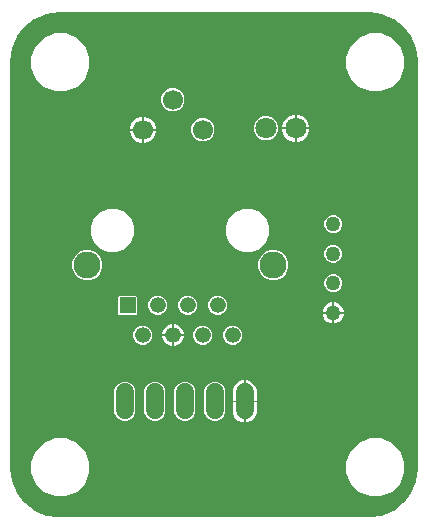
<source format=gbr>
G04 EAGLE Gerber RS-274X export*
G75*
%MOMM*%
%FSLAX34Y34*%
%LPD*%
%INBottom Copper*%
%IPPOS*%
%AMOC8*
5,1,8,0,0,1.08239X$1,22.5*%
G01*
G04 Define Apertures*
%ADD10C,1.800000*%
%ADD11C,1.260000*%
%ADD12C,1.524000*%
%ADD13C,1.700000*%
%ADD14C,2.280000*%
%ADD15R,1.335000X1.335000*%
%ADD16C,1.335000*%
%ADD17C,0.525000*%
G36*
X306131Y2039D02*
X306031Y2032D01*
X43360Y2032D01*
X43261Y2039D01*
X32762Y3421D01*
X32569Y3472D01*
X22786Y7525D01*
X22613Y7624D01*
X14212Y14071D01*
X14071Y14212D01*
X7624Y22613D01*
X7525Y22786D01*
X3472Y32569D01*
X3421Y32762D01*
X2039Y43261D01*
X2032Y43360D01*
X2032Y388528D01*
X2039Y388628D01*
X3414Y399072D01*
X3465Y399264D01*
X7496Y408996D01*
X7596Y409168D01*
X14009Y417526D01*
X14149Y417666D01*
X22507Y424079D01*
X22679Y424179D01*
X32411Y428210D01*
X32603Y428261D01*
X43048Y429636D01*
X43147Y429643D01*
X306244Y429643D01*
X306344Y429636D01*
X316699Y428273D01*
X316892Y428222D01*
X326542Y424224D01*
X326714Y424125D01*
X335001Y417766D01*
X335141Y417626D01*
X341500Y409339D01*
X341599Y409167D01*
X345597Y399517D01*
X345648Y399324D01*
X347011Y388969D01*
X347018Y388869D01*
X347018Y43019D01*
X347011Y42919D01*
X345641Y32508D01*
X345589Y32316D01*
X341571Y22615D01*
X341471Y22442D01*
X335079Y14112D01*
X334938Y13971D01*
X326608Y7579D01*
X326435Y7479D01*
X316734Y3461D01*
X316542Y3409D01*
X306131Y2039D01*
G37*
%LPC*%
G36*
X306270Y362818D02*
X316030Y362818D01*
X325046Y366553D01*
X331947Y373454D01*
X335682Y382470D01*
X335682Y392230D01*
X331947Y401246D01*
X325046Y408147D01*
X316030Y411882D01*
X306270Y411882D01*
X297254Y408147D01*
X290353Y401246D01*
X286618Y392230D01*
X286618Y382470D01*
X290353Y373454D01*
X297254Y366553D01*
X306270Y362818D01*
G37*
G36*
X39570Y362818D02*
X49330Y362818D01*
X58346Y366553D01*
X65247Y373454D01*
X68982Y382470D01*
X68982Y392230D01*
X65247Y401246D01*
X58346Y408147D01*
X49330Y411882D01*
X39570Y411882D01*
X30554Y408147D01*
X23653Y401246D01*
X19918Y392230D01*
X19918Y382470D01*
X23653Y373454D01*
X30554Y366553D01*
X39570Y362818D01*
G37*
G36*
X137757Y345830D02*
X141643Y345830D01*
X145234Y347317D01*
X147983Y350066D01*
X149470Y353657D01*
X149470Y357543D01*
X147983Y361134D01*
X145234Y363883D01*
X141643Y365370D01*
X137757Y365370D01*
X134166Y363883D01*
X131417Y361134D01*
X129930Y357543D01*
X129930Y353657D01*
X131417Y350066D01*
X134166Y347317D01*
X137757Y345830D01*
G37*
G36*
X232300Y332232D02*
X243078Y332232D01*
X243078Y343010D01*
X241545Y343010D01*
X237303Y341253D01*
X234057Y338007D01*
X232300Y333765D01*
X232300Y332232D01*
G37*
G36*
X244602Y332232D02*
X255380Y332232D01*
X255380Y333765D01*
X253623Y338007D01*
X250377Y341253D01*
X246135Y343010D01*
X244602Y343010D01*
X244602Y332232D01*
G37*
G36*
X216397Y321200D02*
X220483Y321200D01*
X224258Y322764D01*
X227146Y325653D01*
X228710Y329427D01*
X228710Y333513D01*
X227146Y337288D01*
X224258Y340176D01*
X220483Y341740D01*
X216397Y341740D01*
X212623Y340176D01*
X209734Y337288D01*
X208170Y333513D01*
X208170Y329427D01*
X209734Y325653D01*
X212623Y322764D01*
X216397Y321200D01*
G37*
G36*
X103260Y330962D02*
X113538Y330962D01*
X113538Y341240D01*
X112104Y341240D01*
X108046Y339559D01*
X104941Y336454D01*
X103260Y332396D01*
X103260Y330962D01*
G37*
G36*
X115062Y330962D02*
X125340Y330962D01*
X125340Y332396D01*
X123659Y336454D01*
X120554Y339559D01*
X116496Y341240D01*
X115062Y341240D01*
X115062Y330962D01*
G37*
G36*
X163157Y320430D02*
X167043Y320430D01*
X170634Y321917D01*
X173383Y324666D01*
X174870Y328257D01*
X174870Y332143D01*
X173383Y335734D01*
X170634Y338483D01*
X167043Y339970D01*
X163157Y339970D01*
X159566Y338483D01*
X156817Y335734D01*
X155330Y332143D01*
X155330Y328257D01*
X156817Y324666D01*
X159566Y321917D01*
X163157Y320430D01*
G37*
G36*
X244602Y319930D02*
X246135Y319930D01*
X250377Y321687D01*
X253623Y324933D01*
X255380Y329175D01*
X255380Y330708D01*
X244602Y330708D01*
X244602Y319930D01*
G37*
G36*
X241545Y319930D02*
X243078Y319930D01*
X243078Y330708D01*
X232300Y330708D01*
X232300Y329175D01*
X234057Y324933D01*
X237303Y321687D01*
X241545Y319930D01*
G37*
G36*
X115062Y319160D02*
X116496Y319160D01*
X120554Y320841D01*
X123659Y323946D01*
X125340Y328004D01*
X125340Y329438D01*
X115062Y329438D01*
X115062Y319160D01*
G37*
G36*
X112104Y319160D02*
X113538Y319160D01*
X113538Y329438D01*
X103260Y329438D01*
X103260Y328004D01*
X104941Y323946D01*
X108046Y320841D01*
X112104Y319160D01*
G37*
G36*
X199563Y226828D02*
X206837Y226828D01*
X213556Y229611D01*
X218699Y234754D01*
X221482Y241473D01*
X221482Y248747D01*
X218699Y255466D01*
X213556Y260609D01*
X206837Y263392D01*
X199563Y263392D01*
X192844Y260609D01*
X187701Y255466D01*
X184918Y248747D01*
X184918Y241473D01*
X187701Y234754D01*
X192844Y229611D01*
X199563Y226828D01*
G37*
G36*
X85263Y226828D02*
X92537Y226828D01*
X99256Y229611D01*
X104399Y234754D01*
X107182Y241473D01*
X107182Y248747D01*
X104399Y255466D01*
X99256Y260609D01*
X92537Y263392D01*
X85263Y263392D01*
X78544Y260609D01*
X73401Y255466D01*
X70618Y248747D01*
X70618Y241473D01*
X73401Y234754D01*
X78544Y229611D01*
X85263Y226828D01*
G37*
G36*
X274084Y242620D02*
X277096Y242620D01*
X279878Y243772D01*
X282008Y245902D01*
X283160Y248684D01*
X283160Y251696D01*
X282008Y254478D01*
X279878Y256608D01*
X277096Y257760D01*
X274084Y257760D01*
X271302Y256608D01*
X269172Y254478D01*
X268020Y251696D01*
X268020Y248684D01*
X269172Y245902D01*
X271302Y243772D01*
X274084Y242620D01*
G37*
G36*
X274084Y217620D02*
X277096Y217620D01*
X279878Y218772D01*
X282008Y220902D01*
X283160Y223684D01*
X283160Y226696D01*
X282008Y229478D01*
X279878Y231608D01*
X277096Y232760D01*
X274084Y232760D01*
X271302Y231608D01*
X269172Y229478D01*
X268020Y226696D01*
X268020Y223684D01*
X269172Y220902D01*
X271302Y218772D01*
X274084Y217620D01*
G37*
G36*
X222280Y202940D02*
X227320Y202940D01*
X231977Y204869D01*
X235541Y208433D01*
X237470Y213090D01*
X237470Y218130D01*
X235541Y222787D01*
X231977Y226351D01*
X227320Y228280D01*
X222280Y228280D01*
X217623Y226351D01*
X214059Y222787D01*
X212130Y218130D01*
X212130Y213090D01*
X214059Y208433D01*
X217623Y204869D01*
X222280Y202940D01*
G37*
G36*
X64780Y202940D02*
X69820Y202940D01*
X74477Y204869D01*
X78041Y208433D01*
X79970Y213090D01*
X79970Y218130D01*
X78041Y222787D01*
X74477Y226351D01*
X69820Y228280D01*
X64780Y228280D01*
X60123Y226351D01*
X56559Y222787D01*
X54630Y218130D01*
X54630Y213090D01*
X56559Y208433D01*
X60123Y204869D01*
X64780Y202940D01*
G37*
G36*
X274084Y192620D02*
X277096Y192620D01*
X279878Y193772D01*
X282008Y195902D01*
X283160Y198684D01*
X283160Y201696D01*
X282008Y204478D01*
X279878Y206608D01*
X277096Y207760D01*
X274084Y207760D01*
X271302Y206608D01*
X269172Y204478D01*
X268020Y201696D01*
X268020Y198684D01*
X269172Y195902D01*
X271302Y193772D01*
X274084Y192620D01*
G37*
G36*
X125420Y173665D02*
X128580Y173665D01*
X131501Y174875D01*
X133735Y177110D01*
X134945Y180030D01*
X134945Y183190D01*
X133735Y186111D01*
X131501Y188345D01*
X128580Y189555D01*
X125420Y189555D01*
X122500Y188345D01*
X120265Y186111D01*
X119055Y183190D01*
X119055Y180030D01*
X120265Y177110D01*
X122500Y174875D01*
X125420Y173665D01*
G37*
G36*
X94399Y173665D02*
X108801Y173665D01*
X109545Y174409D01*
X109545Y188811D01*
X108801Y189555D01*
X94399Y189555D01*
X93655Y188811D01*
X93655Y174409D01*
X94399Y173665D01*
G37*
G36*
X150820Y173665D02*
X153980Y173665D01*
X156901Y174875D01*
X159135Y177110D01*
X160345Y180030D01*
X160345Y183190D01*
X159135Y186111D01*
X156901Y188345D01*
X153980Y189555D01*
X150820Y189555D01*
X147900Y188345D01*
X145665Y186111D01*
X144455Y183190D01*
X144455Y180030D01*
X145665Y177110D01*
X147900Y174875D01*
X150820Y173665D01*
G37*
G36*
X176220Y173665D02*
X179380Y173665D01*
X182301Y174875D01*
X184535Y177110D01*
X185745Y180030D01*
X185745Y183190D01*
X184535Y186111D01*
X182301Y188345D01*
X179380Y189555D01*
X176220Y189555D01*
X173300Y188345D01*
X171065Y186111D01*
X169855Y183190D01*
X169855Y180030D01*
X171065Y177110D01*
X173300Y174875D01*
X176220Y173665D01*
G37*
G36*
X266750Y175952D02*
X274828Y175952D01*
X274828Y184030D01*
X273832Y184030D01*
X270583Y182684D01*
X268096Y180197D01*
X266750Y176948D01*
X266750Y175952D01*
G37*
G36*
X276352Y175952D02*
X284430Y175952D01*
X284430Y176948D01*
X283084Y180197D01*
X280597Y182684D01*
X277348Y184030D01*
X276352Y184030D01*
X276352Y175952D01*
G37*
G36*
X276352Y166350D02*
X277348Y166350D01*
X280597Y167696D01*
X283084Y170183D01*
X284430Y173432D01*
X284430Y174428D01*
X276352Y174428D01*
X276352Y166350D01*
G37*
G36*
X273832Y166350D02*
X274828Y166350D01*
X274828Y174428D01*
X266750Y174428D01*
X266750Y173432D01*
X268096Y170183D01*
X270583Y167696D01*
X273832Y166350D01*
G37*
G36*
X130485Y156972D02*
X138938Y156972D01*
X138938Y165425D01*
X137867Y165425D01*
X134480Y164022D01*
X131888Y161430D01*
X130485Y158043D01*
X130485Y156972D01*
G37*
G36*
X140462Y156972D02*
X148915Y156972D01*
X148915Y158043D01*
X147512Y161430D01*
X144920Y164022D01*
X141533Y165425D01*
X140462Y165425D01*
X140462Y156972D01*
G37*
G36*
X188920Y148265D02*
X192080Y148265D01*
X195001Y149475D01*
X197235Y151710D01*
X198445Y154630D01*
X198445Y157790D01*
X197235Y160711D01*
X195001Y162945D01*
X192080Y164155D01*
X188920Y164155D01*
X186000Y162945D01*
X183765Y160711D01*
X182555Y157790D01*
X182555Y154630D01*
X183765Y151710D01*
X186000Y149475D01*
X188920Y148265D01*
G37*
G36*
X163520Y148265D02*
X166680Y148265D01*
X169601Y149475D01*
X171835Y151710D01*
X173045Y154630D01*
X173045Y157790D01*
X171835Y160711D01*
X169601Y162945D01*
X166680Y164155D01*
X163520Y164155D01*
X160600Y162945D01*
X158365Y160711D01*
X157155Y157790D01*
X157155Y154630D01*
X158365Y151710D01*
X160600Y149475D01*
X163520Y148265D01*
G37*
G36*
X112720Y148265D02*
X115880Y148265D01*
X118801Y149475D01*
X121035Y151710D01*
X122245Y154630D01*
X122245Y157790D01*
X121035Y160711D01*
X118801Y162945D01*
X115880Y164155D01*
X112720Y164155D01*
X109800Y162945D01*
X107565Y160711D01*
X106355Y157790D01*
X106355Y154630D01*
X107565Y151710D01*
X109800Y149475D01*
X112720Y148265D01*
G37*
G36*
X140462Y146995D02*
X141533Y146995D01*
X144920Y148398D01*
X147512Y150990D01*
X148915Y154377D01*
X148915Y155448D01*
X140462Y155448D01*
X140462Y146995D01*
G37*
G36*
X137867Y146995D02*
X138938Y146995D01*
X138938Y155448D01*
X130485Y155448D01*
X130485Y154377D01*
X131888Y150990D01*
X134480Y148398D01*
X137867Y146995D01*
G37*
G36*
X190375Y100967D02*
X199773Y100967D01*
X199773Y117985D01*
X198514Y117985D01*
X194780Y116438D01*
X191922Y113580D01*
X190375Y109846D01*
X190375Y100967D01*
G37*
G36*
X201297Y100967D02*
X210695Y100967D01*
X210695Y109846D01*
X209148Y113580D01*
X206290Y116438D01*
X202556Y117985D01*
X201297Y117985D01*
X201297Y100967D01*
G37*
G36*
X173367Y83695D02*
X176903Y83695D01*
X180171Y85048D01*
X182672Y87549D01*
X184025Y90817D01*
X184025Y109593D01*
X182672Y112861D01*
X180171Y115362D01*
X176903Y116715D01*
X173367Y116715D01*
X170099Y115362D01*
X167598Y112861D01*
X166245Y109593D01*
X166245Y90817D01*
X167598Y87549D01*
X170099Y85048D01*
X173367Y83695D01*
G37*
G36*
X147967Y83695D02*
X151503Y83695D01*
X154771Y85048D01*
X157272Y87549D01*
X158625Y90817D01*
X158625Y109593D01*
X157272Y112861D01*
X154771Y115362D01*
X151503Y116715D01*
X147967Y116715D01*
X144699Y115362D01*
X142198Y112861D01*
X140845Y109593D01*
X140845Y90817D01*
X142198Y87549D01*
X144699Y85048D01*
X147967Y83695D01*
G37*
G36*
X122567Y83695D02*
X126103Y83695D01*
X129371Y85048D01*
X131872Y87549D01*
X133225Y90817D01*
X133225Y109593D01*
X131872Y112861D01*
X129371Y115362D01*
X126103Y116715D01*
X122567Y116715D01*
X119299Y115362D01*
X116798Y112861D01*
X115445Y109593D01*
X115445Y90817D01*
X116798Y87549D01*
X119299Y85048D01*
X122567Y83695D01*
G37*
G36*
X97167Y83695D02*
X100703Y83695D01*
X103971Y85048D01*
X106472Y87549D01*
X107825Y90817D01*
X107825Y109593D01*
X106472Y112861D01*
X103971Y115362D01*
X100703Y116715D01*
X97167Y116715D01*
X93899Y115362D01*
X91398Y112861D01*
X90045Y109593D01*
X90045Y90817D01*
X91398Y87549D01*
X93899Y85048D01*
X97167Y83695D01*
G37*
G36*
X201297Y82425D02*
X202556Y82425D01*
X206290Y83972D01*
X209148Y86830D01*
X210695Y90564D01*
X210695Y99443D01*
X201297Y99443D01*
X201297Y82425D01*
G37*
G36*
X198514Y82425D02*
X199773Y82425D01*
X199773Y99443D01*
X190375Y99443D01*
X190375Y90564D01*
X191922Y86830D01*
X194780Y83972D01*
X198514Y82425D01*
G37*
G36*
X306270Y19918D02*
X316030Y19918D01*
X325046Y23653D01*
X331947Y30554D01*
X335682Y39570D01*
X335682Y49330D01*
X331947Y58346D01*
X325046Y65247D01*
X316030Y68982D01*
X306270Y68982D01*
X297254Y65247D01*
X290353Y58346D01*
X286618Y49330D01*
X286618Y39570D01*
X290353Y30554D01*
X297254Y23653D01*
X306270Y19918D01*
G37*
G36*
X39570Y19918D02*
X49330Y19918D01*
X58346Y23653D01*
X65247Y30554D01*
X68982Y39570D01*
X68982Y49330D01*
X65247Y58346D01*
X58346Y65247D01*
X49330Y68982D01*
X39570Y68982D01*
X30554Y65247D01*
X23653Y58346D01*
X19918Y49330D01*
X19918Y39570D01*
X23653Y30554D01*
X30554Y23653D01*
X39570Y19918D01*
G37*
%LPD*%
D10*
X243840Y331470D03*
X218440Y331470D03*
D11*
X275590Y250190D03*
X275590Y225190D03*
X275590Y200190D03*
X275590Y175190D03*
D12*
X200535Y107825D02*
X200535Y92585D01*
X175135Y92585D02*
X175135Y107825D01*
X149735Y107825D02*
X149735Y92585D01*
X124335Y92585D02*
X124335Y107825D01*
X98935Y107825D02*
X98935Y92585D01*
D13*
X165100Y330200D03*
X139700Y355600D03*
X114300Y330200D03*
D14*
X67300Y215610D03*
X224800Y215610D03*
D15*
X101600Y181610D03*
D16*
X114300Y156210D03*
X127000Y181610D03*
X139700Y156210D03*
X152400Y181610D03*
X165100Y156210D03*
X177800Y181610D03*
X190500Y156210D03*
D17*
X293370Y116840D03*
M02*

</source>
